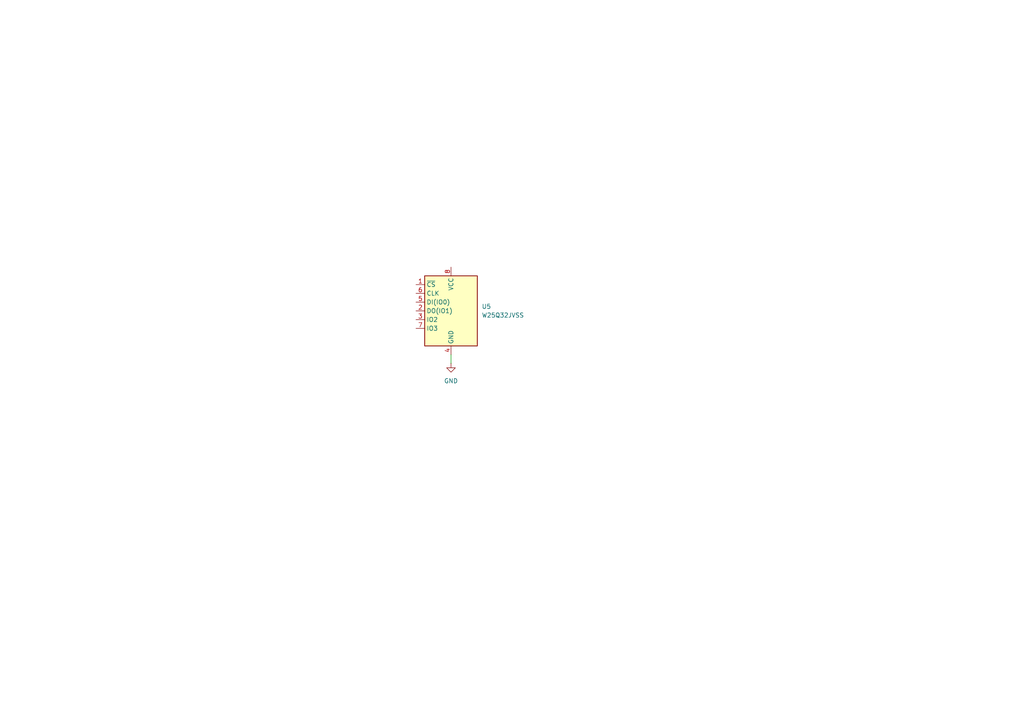
<source format=kicad_sch>
(kicad_sch
	(version 20231120)
	(generator "eeschema")
	(generator_version "8.0")
	(uuid "11153f3b-cfc7-4b2f-a964-77d1f9410192")
	(paper "A4")
	(lib_symbols
		(symbol "Memory_Flash:W25Q32JVSS"
			(exclude_from_sim no)
			(in_bom yes)
			(on_board yes)
			(property "Reference" "U"
				(at -6.35 11.43 0)
				(effects
					(font
						(size 1.27 1.27)
					)
				)
			)
			(property "Value" "W25Q32JVSS"
				(at 7.62 11.43 0)
				(effects
					(font
						(size 1.27 1.27)
					)
				)
			)
			(property "Footprint" "Package_SO:SOIC-8_5.23x5.23mm_P1.27mm"
				(at 0 0 0)
				(effects
					(font
						(size 1.27 1.27)
					)
					(hide yes)
				)
			)
			(property "Datasheet" "http://www.winbond.com/resource-files/w25q32jv%20revg%2003272018%20plus.pdf"
				(at 0 0 0)
				(effects
					(font
						(size 1.27 1.27)
					)
					(hide yes)
				)
			)
			(property "Description" "32Mb Serial Flash Memory, Standard/Dual/Quad SPI, SOIC-8"
				(at 0 0 0)
				(effects
					(font
						(size 1.27 1.27)
					)
					(hide yes)
				)
			)
			(property "ki_keywords" "flash memory SPI"
				(at 0 0 0)
				(effects
					(font
						(size 1.27 1.27)
					)
					(hide yes)
				)
			)
			(property "ki_fp_filters" "SOIC*5.23x5.23mm*P1.27mm*"
				(at 0 0 0)
				(effects
					(font
						(size 1.27 1.27)
					)
					(hide yes)
				)
			)
			(symbol "W25Q32JVSS_0_1"
				(rectangle
					(start -7.62 10.16)
					(end 7.62 -10.16)
					(stroke
						(width 0.254)
						(type default)
					)
					(fill
						(type background)
					)
				)
			)
			(symbol "W25Q32JVSS_1_1"
				(pin input line
					(at -10.16 7.62 0)
					(length 2.54)
					(name "~{CS}"
						(effects
							(font
								(size 1.27 1.27)
							)
						)
					)
					(number "1"
						(effects
							(font
								(size 1.27 1.27)
							)
						)
					)
				)
				(pin bidirectional line
					(at -10.16 0 0)
					(length 2.54)
					(name "DO(IO1)"
						(effects
							(font
								(size 1.27 1.27)
							)
						)
					)
					(number "2"
						(effects
							(font
								(size 1.27 1.27)
							)
						)
					)
				)
				(pin bidirectional line
					(at -10.16 -2.54 0)
					(length 2.54)
					(name "IO2"
						(effects
							(font
								(size 1.27 1.27)
							)
						)
					)
					(number "3"
						(effects
							(font
								(size 1.27 1.27)
							)
						)
					)
				)
				(pin power_in line
					(at 0 -12.7 90)
					(length 2.54)
					(name "GND"
						(effects
							(font
								(size 1.27 1.27)
							)
						)
					)
					(number "4"
						(effects
							(font
								(size 1.27 1.27)
							)
						)
					)
				)
				(pin bidirectional line
					(at -10.16 2.54 0)
					(length 2.54)
					(name "DI(IO0)"
						(effects
							(font
								(size 1.27 1.27)
							)
						)
					)
					(number "5"
						(effects
							(font
								(size 1.27 1.27)
							)
						)
					)
				)
				(pin input line
					(at -10.16 5.08 0)
					(length 2.54)
					(name "CLK"
						(effects
							(font
								(size 1.27 1.27)
							)
						)
					)
					(number "6"
						(effects
							(font
								(size 1.27 1.27)
							)
						)
					)
				)
				(pin bidirectional line
					(at -10.16 -5.08 0)
					(length 2.54)
					(name "IO3"
						(effects
							(font
								(size 1.27 1.27)
							)
						)
					)
					(number "7"
						(effects
							(font
								(size 1.27 1.27)
							)
						)
					)
				)
				(pin power_in line
					(at 0 12.7 270)
					(length 2.54)
					(name "VCC"
						(effects
							(font
								(size 1.27 1.27)
							)
						)
					)
					(number "8"
						(effects
							(font
								(size 1.27 1.27)
							)
						)
					)
				)
			)
		)
		(symbol "power:GND"
			(power)
			(pin_numbers hide)
			(pin_names
				(offset 0) hide)
			(exclude_from_sim no)
			(in_bom yes)
			(on_board yes)
			(property "Reference" "#PWR"
				(at 0 -6.35 0)
				(effects
					(font
						(size 1.27 1.27)
					)
					(hide yes)
				)
			)
			(property "Value" "GND"
				(at 0 -3.81 0)
				(effects
					(font
						(size 1.27 1.27)
					)
				)
			)
			(property "Footprint" ""
				(at 0 0 0)
				(effects
					(font
						(size 1.27 1.27)
					)
					(hide yes)
				)
			)
			(property "Datasheet" ""
				(at 0 0 0)
				(effects
					(font
						(size 1.27 1.27)
					)
					(hide yes)
				)
			)
			(property "Description" "Power symbol creates a global label with name \"GND\" , ground"
				(at 0 0 0)
				(effects
					(font
						(size 1.27 1.27)
					)
					(hide yes)
				)
			)
			(property "ki_keywords" "global power"
				(at 0 0 0)
				(effects
					(font
						(size 1.27 1.27)
					)
					(hide yes)
				)
			)
			(symbol "GND_0_1"
				(polyline
					(pts
						(xy 0 0) (xy 0 -1.27) (xy 1.27 -1.27) (xy 0 -2.54) (xy -1.27 -1.27) (xy 0 -1.27)
					)
					(stroke
						(width 0)
						(type default)
					)
					(fill
						(type none)
					)
				)
			)
			(symbol "GND_1_1"
				(pin power_in line
					(at 0 0 270)
					(length 0)
					(name "~"
						(effects
							(font
								(size 1.27 1.27)
							)
						)
					)
					(number "1"
						(effects
							(font
								(size 1.27 1.27)
							)
						)
					)
				)
			)
		)
	)
	(wire
		(pts
			(xy 130.81 102.87) (xy 130.81 105.41)
		)
		(stroke
			(width 0)
			(type default)
		)
		(uuid "f99ffc3b-9c2b-4adf-8df3-df6545538487")
	)
	(symbol
		(lib_id "power:GND")
		(at 130.81 105.41 0)
		(unit 1)
		(exclude_from_sim no)
		(in_bom yes)
		(on_board yes)
		(dnp no)
		(fields_autoplaced yes)
		(uuid "5fc3de06-09bb-4624-9a37-0f8ef23a349a")
		(property "Reference" "#PWR09"
			(at 130.81 111.76 0)
			(effects
				(font
					(size 1.27 1.27)
				)
				(hide yes)
			)
		)
		(property "Value" "GND"
			(at 130.81 110.49 0)
			(effects
				(font
					(size 1.27 1.27)
				)
			)
		)
		(property "Footprint" ""
			(at 130.81 105.41 0)
			(effects
				(font
					(size 1.27 1.27)
				)
				(hide yes)
			)
		)
		(property "Datasheet" ""
			(at 130.81 105.41 0)
			(effects
				(font
					(size 1.27 1.27)
				)
				(hide yes)
			)
		)
		(property "Description" "Power symbol creates a global label with name \"GND\" , ground"
			(at 130.81 105.41 0)
			(effects
				(font
					(size 1.27 1.27)
				)
				(hide yes)
			)
		)
		(pin "1"
			(uuid "6fce6c75-5f29-4c39-8fff-f8af2ca0fe24")
		)
		(instances
			(project ""
				(path "/1f1d514b-67fa-4200-8a91-3df4fa362116/403689b5-5c79-4332-9e86-3dfd640c9dd2"
					(reference "#PWR09")
					(unit 1)
				)
			)
		)
	)
	(symbol
		(lib_id "Memory_Flash:W25Q32JVSS")
		(at 130.81 90.17 0)
		(unit 1)
		(exclude_from_sim no)
		(in_bom yes)
		(on_board yes)
		(dnp no)
		(fields_autoplaced yes)
		(uuid "c85c2ec8-2b31-457b-89ee-0566b5914e7f")
		(property "Reference" "U5"
			(at 139.7 88.8999 0)
			(effects
				(font
					(size 1.27 1.27)
				)
				(justify left)
			)
		)
		(property "Value" "W25Q32JVSS"
			(at 139.7 91.4399 0)
			(effects
				(font
					(size 1.27 1.27)
				)
				(justify left)
			)
		)
		(property "Footprint" "Package_SO:SOIC-8_5.23x5.23mm_P1.27mm"
			(at 130.81 90.17 0)
			(effects
				(font
					(size 1.27 1.27)
				)
				(hide yes)
			)
		)
		(property "Datasheet" "http://www.winbond.com/resource-files/w25q32jv%20revg%2003272018%20plus.pdf"
			(at 130.81 90.17 0)
			(effects
				(font
					(size 1.27 1.27)
				)
				(hide yes)
			)
		)
		(property "Description" "32Mb Serial Flash Memory, Standard/Dual/Quad SPI, SOIC-8"
			(at 130.81 90.17 0)
			(effects
				(font
					(size 1.27 1.27)
				)
				(hide yes)
			)
		)
		(pin "4"
			(uuid "c15b23e7-0283-4e13-8154-d66c587d85d0")
		)
		(pin "2"
			(uuid "e8c537de-6217-4722-8db7-01a8b21c920d")
		)
		(pin "1"
			(uuid "0b37576e-e1d6-4e15-8229-b6bef3f68a8c")
		)
		(pin "7"
			(uuid "6a229fc4-8a5d-41a8-bbfd-369bb6c2945a")
		)
		(pin "5"
			(uuid "558b6632-417c-4e40-bcdf-ea880c0d9596")
		)
		(pin "8"
			(uuid "45f576b3-6c1c-4227-af49-668eb4ddb814")
		)
		(pin "3"
			(uuid "16811767-92fa-4c2f-bbb7-f25b5f0159e2")
		)
		(pin "6"
			(uuid "6863cf0b-20a0-4880-a14e-7a3d79367c33")
		)
		(instances
			(project ""
				(path "/1f1d514b-67fa-4200-8a91-3df4fa362116/403689b5-5c79-4332-9e86-3dfd640c9dd2"
					(reference "U5")
					(unit 1)
				)
			)
		)
	)
)

</source>
